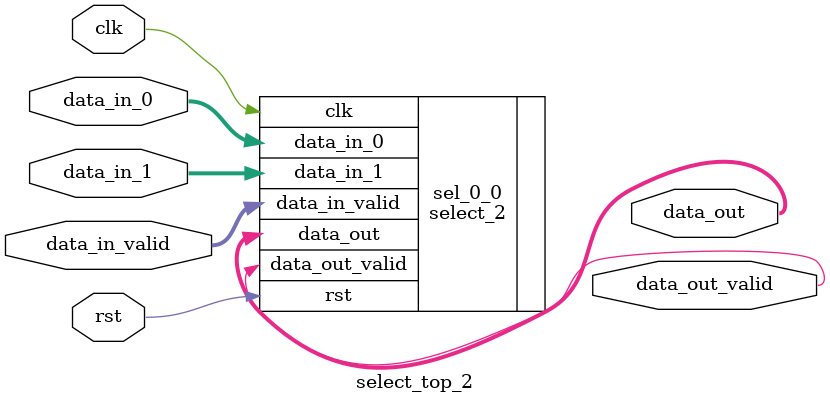
<source format=v>

module select_top_2 #
(
  parameter DATA_WIDTH = 32
)
(
  input clk,
  input rst,
  input [2-1:0] data_in_valid,
  input [DATA_WIDTH-1:0] data_in_0,
  input [DATA_WIDTH-1:0] data_in_1,
  output [DATA_WIDTH-1:0] data_out,
  output data_out_valid
);


  select_2
  #(
    .DATA_WIDTH(DATA_WIDTH)
  )
  sel_0_0
  (
    .clk(clk),
    .rst(rst),
    .data_in_valid(data_in_valid),
    .data_in_0(data_in_0),
    .data_in_1(data_in_1),
    .data_out_valid(data_out_valid),
    .data_out(data_out)
  );


endmodule

</source>
